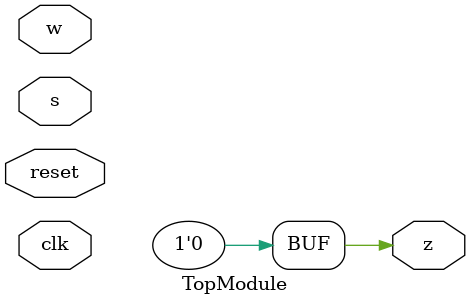
<source format=sv>

module TopModule (
  input clk,
  input reset,
  input s,
  input w,
  output reg z
);
  // Define states
  typedef enum logic [1:0] {
    A,
    B,
    C,
    D
  } state_t;

  reg state, next_state;
  reg [1:0] w_count;

  // State register update
  always_ff @(posedge clk, posedge reset) begin
    if (reset) begin
      state <= A;
      w_count <= 0;
    end else begin
      state <= next_state;
      if (next_state == B) begin
        w_count <= 0;
      end
    end
  end

  // Next state logic
  always_comb begin
    next_state = state; // Default: stay in the current state

    case (state)
      A: begin
        if (s == 1) begin
          next_state = B;
        end
      end
      B: begin
        if (w == 1) begin
          w_count <= w_count + 1;
        end else begin
          w_count <= 0;
        end
        if (w_count == 2) begin
          next_state = D;
        end else begin
          next_state = B;
        end
      end
      D: begin
        next_state = B;
      end
      default: begin
        next_state = A;
      end
    endcase
  end

  // Output logic
  always_comb begin
    if (state == D) begin
      z = 1;
    end else begin
      z = 0;
    end
  end

endmodule

</source>
